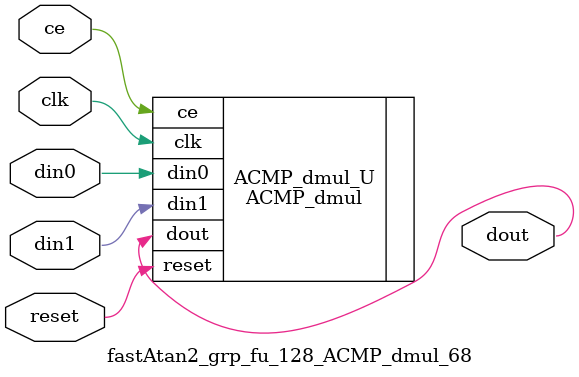
<source format=v>

`timescale 1 ns / 1 ps
module fastAtan2_grp_fu_128_ACMP_dmul_68(
    clk,
    reset,
    ce,
    din0,
    din1,
    dout);

parameter ID = 32'd1;
parameter NUM_STAGE = 32'd1;
parameter din0_WIDTH = 32'd1;
parameter din1_WIDTH = 32'd1;
parameter dout_WIDTH = 32'd1;
input clk;
input reset;
input ce;
input[din0_WIDTH - 1:0] din0;
input[din1_WIDTH - 1:0] din1;
output[dout_WIDTH - 1:0] dout;



ACMP_dmul #(
.ID( ID ),
.NUM_STAGE( 6 ),
.din0_WIDTH( din0_WIDTH ),
.din1_WIDTH( din1_WIDTH ),
.dout_WIDTH( dout_WIDTH ))
ACMP_dmul_U(
    .clk( clk ),
    .reset( reset ),
    .ce( ce ),
    .din0( din0 ),
    .din1( din1 ),
    .dout( dout ));

endmodule

</source>
